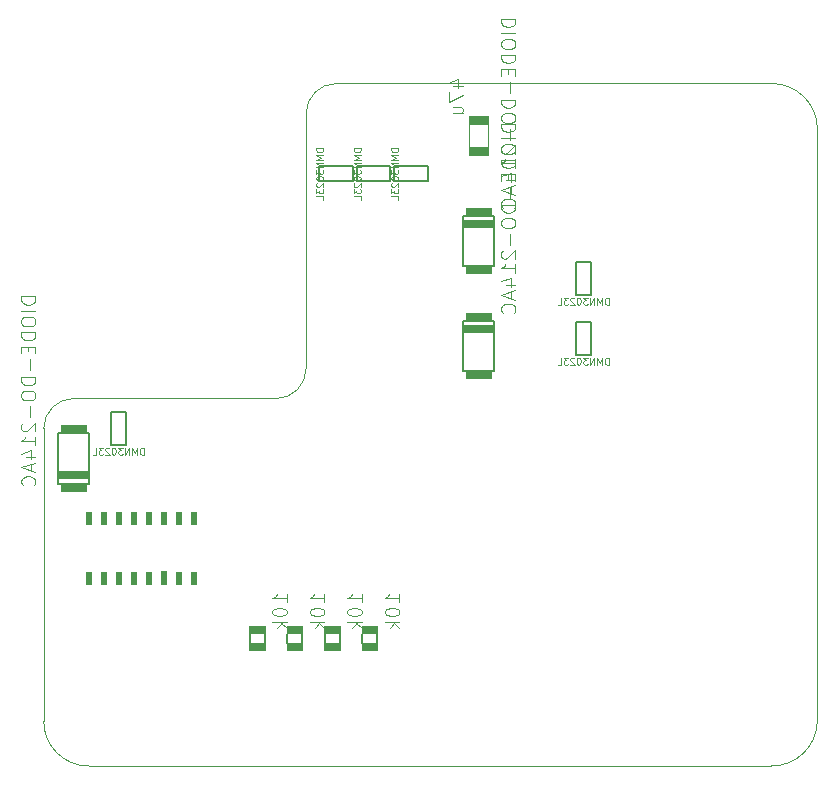
<source format=gbr>
%TF.GenerationSoftware,KiCad,Pcbnew,5.1.5+dfsg1-2~bpo10+1*%
%TF.CreationDate,2020-10-30T12:10:53+01:00*%
%TF.ProjectId,ms_auth_breakout,6d735f61-7574-4685-9f62-7265616b6f75,1.1.0*%
%TF.SameCoordinates,Original*%
%TF.FileFunction,Other,Fab,Bot*%
%FSLAX46Y46*%
G04 Gerber Fmt 4.6, Leading zero omitted, Abs format (unit mm)*
G04 Created by KiCad (PCBNEW 5.1.5+dfsg1-2~bpo10+1) date 2020-10-30 12:10:53 commit 8f6b4a8*
%MOMM*%
%LPD*%
G04 APERTURE LIST*
%ADD10C,0.050000*%
%ADD11C,0.100000*%
%ADD12C,0.101600*%
%ADD13C,0.152400*%
%ADD14C,0.203200*%
%ADD15C,0.096520*%
%ADD16C,0.115824*%
%ADD17C,0.121920*%
G04 APERTURE END LIST*
D10*
X119557800Y-133896100D02*
G75*
G02X115747800Y-130086100I0J3810000D01*
G01*
X119557800Y-133896100D02*
X177342800Y-133896100D01*
X181254400Y-130086100D02*
G75*
G02X177342800Y-133896100I-3860800J50800D01*
G01*
X181254400Y-130086100D02*
X181254400Y-79921100D01*
X177342800Y-76111100D02*
G75*
G02X181254400Y-79921100I50800J-3860800D01*
G01*
X177342800Y-76111100D02*
X140512800Y-76111100D01*
X137972800Y-78651100D02*
G75*
G02X140512800Y-76111100I2540000J0D01*
G01*
X137972800Y-78651100D02*
X137972800Y-100241100D01*
X135432800Y-102781100D02*
G75*
G03X137972800Y-100241100I0J2540000D01*
G01*
X135432800Y-102781100D02*
X118287800Y-102781100D01*
X115747800Y-105321100D02*
G75*
G02X118287800Y-102781100I2540000J0D01*
G01*
X115747800Y-105321100D02*
X115747800Y-130086100D01*
D11*
G36*
X119811800Y-113525300D02*
G01*
X119303800Y-113525300D01*
X119303800Y-112382300D01*
X119811800Y-112382300D01*
X119811800Y-113525300D01*
G37*
G36*
X121081800Y-113525300D02*
G01*
X120573800Y-113525300D01*
X120573800Y-112382300D01*
X121081800Y-112382300D01*
X121081800Y-113525300D01*
G37*
G36*
X122351800Y-113525300D02*
G01*
X121843800Y-113525300D01*
X121843800Y-112382300D01*
X122351800Y-112382300D01*
X122351800Y-113525300D01*
G37*
G36*
X123621800Y-113525300D02*
G01*
X123113800Y-113525300D01*
X123113800Y-112382300D01*
X123621800Y-112382300D01*
X123621800Y-113525300D01*
G37*
G36*
X119811800Y-118579900D02*
G01*
X119303800Y-118579900D01*
X119303800Y-117436900D01*
X119811800Y-117436900D01*
X119811800Y-118579900D01*
G37*
G36*
X121081800Y-118579900D02*
G01*
X120573800Y-118579900D01*
X120573800Y-117436900D01*
X121081800Y-117436900D01*
X121081800Y-118579900D01*
G37*
G36*
X122351800Y-118579900D02*
G01*
X121843800Y-118579900D01*
X121843800Y-117436900D01*
X122351800Y-117436900D01*
X122351800Y-118579900D01*
G37*
G36*
X123621800Y-118579900D02*
G01*
X123113800Y-118579900D01*
X123113800Y-117436900D01*
X123621800Y-117436900D01*
X123621800Y-118579900D01*
G37*
G36*
X128701800Y-113525300D02*
G01*
X128193800Y-113525300D01*
X128193800Y-112382300D01*
X128701800Y-112382300D01*
X128701800Y-113525300D01*
G37*
G36*
X127431800Y-113525300D02*
G01*
X126923800Y-113525300D01*
X126923800Y-112382300D01*
X127431800Y-112382300D01*
X127431800Y-113525300D01*
G37*
G36*
X126161800Y-113525300D02*
G01*
X125653800Y-113525300D01*
X125653800Y-112382300D01*
X126161800Y-112382300D01*
X126161800Y-113525300D01*
G37*
G36*
X124891800Y-118579900D02*
G01*
X124383800Y-118579900D01*
X124383800Y-117436900D01*
X124891800Y-117436900D01*
X124891800Y-118579900D01*
G37*
G36*
X126161800Y-118554500D02*
G01*
X125653800Y-118554500D01*
X125653800Y-117411500D01*
X126161800Y-117411500D01*
X126161800Y-118554500D01*
G37*
G36*
X127431800Y-118579900D02*
G01*
X126923800Y-118579900D01*
X126923800Y-117436900D01*
X127431800Y-117436900D01*
X127431800Y-118579900D01*
G37*
G36*
X128701800Y-118579900D02*
G01*
X128193800Y-118579900D01*
X128193800Y-117436900D01*
X128701800Y-117436900D01*
X128701800Y-118579900D01*
G37*
G36*
X124891800Y-113525300D02*
G01*
X124383800Y-113525300D01*
X124383800Y-112382300D01*
X124891800Y-112382300D01*
X124891800Y-113525300D01*
G37*
G36*
X153426900Y-81507800D02*
G01*
X153426900Y-82257900D01*
X151726900Y-82257900D01*
X151726900Y-81507800D01*
X153426900Y-81507800D01*
G37*
G36*
X153428700Y-78854300D02*
G01*
X153428700Y-79604400D01*
X151728700Y-79604400D01*
X151728700Y-78854300D01*
X153428700Y-78854300D01*
G37*
D12*
X153364800Y-79591100D02*
X153364800Y-81521100D01*
X151790800Y-79591100D02*
X151790800Y-81521100D01*
D13*
X141935200Y-83070700D02*
X139090400Y-83070700D01*
X141935200Y-84391500D02*
X141935200Y-83070700D01*
X139090400Y-84391500D02*
X141935200Y-84391500D01*
X139090400Y-83070700D02*
X139090400Y-84391500D01*
X145110200Y-83070700D02*
X142265400Y-83070700D01*
X145110200Y-84391500D02*
X145110200Y-83070700D01*
X142265400Y-84391500D02*
X145110200Y-84391500D01*
X142265400Y-83070700D02*
X142265400Y-84391500D01*
X148285200Y-83070700D02*
X145440400Y-83070700D01*
X148285200Y-84391500D02*
X148285200Y-83070700D01*
X145440400Y-84391500D02*
X148285200Y-84391500D01*
X145440400Y-83070700D02*
X145440400Y-84391500D01*
X121437400Y-103898700D02*
X121437400Y-106743500D01*
X122758200Y-103898700D02*
X121437400Y-103898700D01*
X122758200Y-106743500D02*
X122758200Y-103898700D01*
X121437400Y-106743500D02*
X122758200Y-106743500D01*
X160807400Y-91198700D02*
X160807400Y-94043500D01*
X162128200Y-91198700D02*
X160807400Y-91198700D01*
X162128200Y-94043500D02*
X162128200Y-91198700D01*
X160807400Y-94043500D02*
X162128200Y-94043500D01*
X160807400Y-96278700D02*
X160807400Y-99123500D01*
X162128200Y-96278700D02*
X160807400Y-96278700D01*
X162128200Y-99123500D02*
X162128200Y-96278700D01*
X160807400Y-99123500D02*
X162128200Y-99123500D01*
D11*
G36*
X153802800Y-96586100D02*
G01*
X153802800Y-97261100D01*
X151352800Y-97261100D01*
X151352800Y-96586100D01*
X153802800Y-96586100D01*
G37*
G36*
X151477800Y-101161100D02*
G01*
X151477800Y-100511100D01*
X153677800Y-100511100D01*
X153677800Y-101161100D01*
X151477800Y-101161100D01*
G37*
G36*
X153677800Y-95511100D02*
G01*
X153677800Y-96161100D01*
X151477800Y-96161100D01*
X151477800Y-95511100D01*
X153677800Y-95511100D01*
G37*
D14*
X153877800Y-96186100D02*
X151277800Y-96186100D01*
X153877800Y-100486100D02*
X153877800Y-96186100D01*
X151277800Y-100486100D02*
X153877800Y-100486100D01*
X151277800Y-96186100D02*
X151277800Y-100486100D01*
D11*
G36*
X153802800Y-87696100D02*
G01*
X153802800Y-88371100D01*
X151352800Y-88371100D01*
X151352800Y-87696100D01*
X153802800Y-87696100D01*
G37*
G36*
X151477800Y-92271100D02*
G01*
X151477800Y-91621100D01*
X153677800Y-91621100D01*
X153677800Y-92271100D01*
X151477800Y-92271100D01*
G37*
G36*
X153677800Y-86621100D02*
G01*
X153677800Y-87271100D01*
X151477800Y-87271100D01*
X151477800Y-86621100D01*
X153677800Y-86621100D01*
G37*
D14*
X153877800Y-87296100D02*
X151277800Y-87296100D01*
X153877800Y-91596100D02*
X153877800Y-87296100D01*
X151277800Y-91596100D02*
X153877800Y-91596100D01*
X151277800Y-87296100D02*
X151277800Y-91596100D01*
D11*
G36*
X117062800Y-109611100D02*
G01*
X117062800Y-108936100D01*
X119512800Y-108936100D01*
X119512800Y-109611100D01*
X117062800Y-109611100D01*
G37*
G36*
X119387800Y-105036100D02*
G01*
X119387800Y-105686100D01*
X117187800Y-105686100D01*
X117187800Y-105036100D01*
X119387800Y-105036100D01*
G37*
G36*
X117187800Y-110686100D02*
G01*
X117187800Y-110036100D01*
X119387800Y-110036100D01*
X119387800Y-110686100D01*
X117187800Y-110686100D01*
G37*
D14*
X116987800Y-110011100D02*
X119587800Y-110011100D01*
X116987800Y-105711100D02*
X116987800Y-110011100D01*
X119587800Y-105711100D02*
X116987800Y-105711100D01*
X119587800Y-110011100D02*
X119587800Y-105711100D01*
D11*
G36*
X134543800Y-122034300D02*
G01*
X134543800Y-122684300D01*
X133143800Y-122684300D01*
X133143800Y-122034300D01*
X134543800Y-122034300D01*
G37*
G36*
X134543800Y-123507500D02*
G01*
X134543800Y-124157500D01*
X133143800Y-124157500D01*
X133143800Y-123507500D01*
X134543800Y-123507500D01*
G37*
D13*
X134480300Y-122691100D02*
X134480300Y-123511100D01*
X133210300Y-122691100D02*
X133210300Y-123511100D01*
D11*
G36*
X137718800Y-122034300D02*
G01*
X137718800Y-122684300D01*
X136318800Y-122684300D01*
X136318800Y-122034300D01*
X137718800Y-122034300D01*
G37*
G36*
X137718800Y-123507500D02*
G01*
X137718800Y-124157500D01*
X136318800Y-124157500D01*
X136318800Y-123507500D01*
X137718800Y-123507500D01*
G37*
D13*
X137655300Y-122691100D02*
X137655300Y-123511100D01*
X136385300Y-122691100D02*
X136385300Y-123511100D01*
D11*
G36*
X144068800Y-122034300D02*
G01*
X144068800Y-122684300D01*
X142668800Y-122684300D01*
X142668800Y-122034300D01*
X144068800Y-122034300D01*
G37*
G36*
X144068800Y-123507500D02*
G01*
X144068800Y-124157500D01*
X142668800Y-124157500D01*
X142668800Y-123507500D01*
X144068800Y-123507500D01*
G37*
D13*
X144005300Y-122691100D02*
X144005300Y-123511100D01*
X142735300Y-122691100D02*
X142735300Y-123511100D01*
D11*
G36*
X140893800Y-122034300D02*
G01*
X140893800Y-122684300D01*
X139493800Y-122684300D01*
X139493800Y-122034300D01*
X140893800Y-122034300D01*
G37*
G36*
X140893800Y-123507500D02*
G01*
X140893800Y-124157500D01*
X139493800Y-124157500D01*
X139493800Y-123507500D01*
X140893800Y-123507500D01*
G37*
D13*
X140830300Y-122691100D02*
X140830300Y-123511100D01*
X139560300Y-122691100D02*
X139560300Y-123511100D01*
D15*
X150446014Y-76320504D02*
X151250347Y-76320504D01*
X149986395Y-76033242D02*
X150848180Y-75745981D01*
X150848180Y-76492862D01*
X150043847Y-76837576D02*
X150043847Y-77641909D01*
X151250347Y-77124838D01*
X150446014Y-78618600D02*
X151250347Y-78618600D01*
X150446014Y-78101528D02*
X151077990Y-78101528D01*
X151192895Y-78158981D01*
X151250347Y-78273885D01*
X151250347Y-78446242D01*
X151192895Y-78561147D01*
X151135442Y-78618600D01*
D16*
X139413342Y-81607660D02*
X138834222Y-81607660D01*
X138834222Y-81745545D01*
X138861800Y-81828277D01*
X138916954Y-81883431D01*
X138972108Y-81911008D01*
X139082417Y-81938585D01*
X139165148Y-81938585D01*
X139275457Y-81911008D01*
X139330611Y-81883431D01*
X139385765Y-81828277D01*
X139413342Y-81745545D01*
X139413342Y-81607660D01*
X139413342Y-82186780D02*
X138834222Y-82186780D01*
X139247880Y-82379820D01*
X138834222Y-82572860D01*
X139413342Y-82572860D01*
X139413342Y-82848631D02*
X138834222Y-82848631D01*
X139413342Y-83179557D01*
X138834222Y-83179557D01*
X138834222Y-83400174D02*
X138834222Y-83758677D01*
X139054840Y-83565637D01*
X139054840Y-83648368D01*
X139082417Y-83703522D01*
X139109994Y-83731100D01*
X139165148Y-83758677D01*
X139303034Y-83758677D01*
X139358188Y-83731100D01*
X139385765Y-83703522D01*
X139413342Y-83648368D01*
X139413342Y-83482905D01*
X139385765Y-83427751D01*
X139358188Y-83400174D01*
X138834222Y-84117180D02*
X138834222Y-84172334D01*
X138861800Y-84227488D01*
X138889377Y-84255065D01*
X138944531Y-84282642D01*
X139054840Y-84310220D01*
X139192725Y-84310220D01*
X139303034Y-84282642D01*
X139358188Y-84255065D01*
X139385765Y-84227488D01*
X139413342Y-84172334D01*
X139413342Y-84117180D01*
X139385765Y-84062025D01*
X139358188Y-84034448D01*
X139303034Y-84006871D01*
X139192725Y-83979294D01*
X139054840Y-83979294D01*
X138944531Y-84006871D01*
X138889377Y-84034448D01*
X138861800Y-84062025D01*
X138834222Y-84117180D01*
X138889377Y-84530837D02*
X138861800Y-84558414D01*
X138834222Y-84613568D01*
X138834222Y-84751454D01*
X138861800Y-84806608D01*
X138889377Y-84834185D01*
X138944531Y-84861762D01*
X138999685Y-84861762D01*
X139082417Y-84834185D01*
X139413342Y-84503260D01*
X139413342Y-84861762D01*
X138834222Y-85054802D02*
X138834222Y-85413305D01*
X139054840Y-85220265D01*
X139054840Y-85302997D01*
X139082417Y-85358151D01*
X139109994Y-85385728D01*
X139165148Y-85413305D01*
X139303034Y-85413305D01*
X139358188Y-85385728D01*
X139385765Y-85358151D01*
X139413342Y-85302997D01*
X139413342Y-85137534D01*
X139385765Y-85082380D01*
X139358188Y-85054802D01*
X139413342Y-85937271D02*
X139413342Y-85661500D01*
X138834222Y-85661500D01*
X142588342Y-81607660D02*
X142009222Y-81607660D01*
X142009222Y-81745545D01*
X142036800Y-81828277D01*
X142091954Y-81883431D01*
X142147108Y-81911008D01*
X142257417Y-81938585D01*
X142340148Y-81938585D01*
X142450457Y-81911008D01*
X142505611Y-81883431D01*
X142560765Y-81828277D01*
X142588342Y-81745545D01*
X142588342Y-81607660D01*
X142588342Y-82186780D02*
X142009222Y-82186780D01*
X142422880Y-82379820D01*
X142009222Y-82572860D01*
X142588342Y-82572860D01*
X142588342Y-82848631D02*
X142009222Y-82848631D01*
X142588342Y-83179557D01*
X142009222Y-83179557D01*
X142009222Y-83400174D02*
X142009222Y-83758677D01*
X142229840Y-83565637D01*
X142229840Y-83648368D01*
X142257417Y-83703522D01*
X142284994Y-83731100D01*
X142340148Y-83758677D01*
X142478034Y-83758677D01*
X142533188Y-83731100D01*
X142560765Y-83703522D01*
X142588342Y-83648368D01*
X142588342Y-83482905D01*
X142560765Y-83427751D01*
X142533188Y-83400174D01*
X142009222Y-84117180D02*
X142009222Y-84172334D01*
X142036800Y-84227488D01*
X142064377Y-84255065D01*
X142119531Y-84282642D01*
X142229840Y-84310220D01*
X142367725Y-84310220D01*
X142478034Y-84282642D01*
X142533188Y-84255065D01*
X142560765Y-84227488D01*
X142588342Y-84172334D01*
X142588342Y-84117180D01*
X142560765Y-84062025D01*
X142533188Y-84034448D01*
X142478034Y-84006871D01*
X142367725Y-83979294D01*
X142229840Y-83979294D01*
X142119531Y-84006871D01*
X142064377Y-84034448D01*
X142036800Y-84062025D01*
X142009222Y-84117180D01*
X142064377Y-84530837D02*
X142036800Y-84558414D01*
X142009222Y-84613568D01*
X142009222Y-84751454D01*
X142036800Y-84806608D01*
X142064377Y-84834185D01*
X142119531Y-84861762D01*
X142174685Y-84861762D01*
X142257417Y-84834185D01*
X142588342Y-84503260D01*
X142588342Y-84861762D01*
X142009222Y-85054802D02*
X142009222Y-85413305D01*
X142229840Y-85220265D01*
X142229840Y-85302997D01*
X142257417Y-85358151D01*
X142284994Y-85385728D01*
X142340148Y-85413305D01*
X142478034Y-85413305D01*
X142533188Y-85385728D01*
X142560765Y-85358151D01*
X142588342Y-85302997D01*
X142588342Y-85137534D01*
X142560765Y-85082380D01*
X142533188Y-85054802D01*
X142588342Y-85937271D02*
X142588342Y-85661500D01*
X142009222Y-85661500D01*
X145763342Y-81607660D02*
X145184222Y-81607660D01*
X145184222Y-81745545D01*
X145211800Y-81828277D01*
X145266954Y-81883431D01*
X145322108Y-81911008D01*
X145432417Y-81938585D01*
X145515148Y-81938585D01*
X145625457Y-81911008D01*
X145680611Y-81883431D01*
X145735765Y-81828277D01*
X145763342Y-81745545D01*
X145763342Y-81607660D01*
X145763342Y-82186780D02*
X145184222Y-82186780D01*
X145597880Y-82379820D01*
X145184222Y-82572860D01*
X145763342Y-82572860D01*
X145763342Y-82848631D02*
X145184222Y-82848631D01*
X145763342Y-83179557D01*
X145184222Y-83179557D01*
X145184222Y-83400174D02*
X145184222Y-83758677D01*
X145404840Y-83565637D01*
X145404840Y-83648368D01*
X145432417Y-83703522D01*
X145459994Y-83731100D01*
X145515148Y-83758677D01*
X145653034Y-83758677D01*
X145708188Y-83731100D01*
X145735765Y-83703522D01*
X145763342Y-83648368D01*
X145763342Y-83482905D01*
X145735765Y-83427751D01*
X145708188Y-83400174D01*
X145184222Y-84117180D02*
X145184222Y-84172334D01*
X145211800Y-84227488D01*
X145239377Y-84255065D01*
X145294531Y-84282642D01*
X145404840Y-84310220D01*
X145542725Y-84310220D01*
X145653034Y-84282642D01*
X145708188Y-84255065D01*
X145735765Y-84227488D01*
X145763342Y-84172334D01*
X145763342Y-84117180D01*
X145735765Y-84062025D01*
X145708188Y-84034448D01*
X145653034Y-84006871D01*
X145542725Y-83979294D01*
X145404840Y-83979294D01*
X145294531Y-84006871D01*
X145239377Y-84034448D01*
X145211800Y-84062025D01*
X145184222Y-84117180D01*
X145239377Y-84530837D02*
X145211800Y-84558414D01*
X145184222Y-84613568D01*
X145184222Y-84751454D01*
X145211800Y-84806608D01*
X145239377Y-84834185D01*
X145294531Y-84861762D01*
X145349685Y-84861762D01*
X145432417Y-84834185D01*
X145763342Y-84503260D01*
X145763342Y-84861762D01*
X145184222Y-85054802D02*
X145184222Y-85413305D01*
X145404840Y-85220265D01*
X145404840Y-85302997D01*
X145432417Y-85358151D01*
X145459994Y-85385728D01*
X145515148Y-85413305D01*
X145653034Y-85413305D01*
X145708188Y-85385728D01*
X145735765Y-85358151D01*
X145763342Y-85302997D01*
X145763342Y-85137534D01*
X145735765Y-85082380D01*
X145708188Y-85054802D01*
X145763342Y-85937271D02*
X145763342Y-85661500D01*
X145184222Y-85661500D01*
X124221240Y-107523642D02*
X124221240Y-106944522D01*
X124083354Y-106944522D01*
X124000622Y-106972100D01*
X123945468Y-107027254D01*
X123917891Y-107082408D01*
X123890314Y-107192717D01*
X123890314Y-107275448D01*
X123917891Y-107385757D01*
X123945468Y-107440911D01*
X124000622Y-107496065D01*
X124083354Y-107523642D01*
X124221240Y-107523642D01*
X123642120Y-107523642D02*
X123642120Y-106944522D01*
X123449080Y-107358180D01*
X123256040Y-106944522D01*
X123256040Y-107523642D01*
X122980268Y-107523642D02*
X122980268Y-106944522D01*
X122649342Y-107523642D01*
X122649342Y-106944522D01*
X122428725Y-106944522D02*
X122070222Y-106944522D01*
X122263262Y-107165140D01*
X122180531Y-107165140D01*
X122125377Y-107192717D01*
X122097800Y-107220294D01*
X122070222Y-107275448D01*
X122070222Y-107413334D01*
X122097800Y-107468488D01*
X122125377Y-107496065D01*
X122180531Y-107523642D01*
X122345994Y-107523642D01*
X122401148Y-107496065D01*
X122428725Y-107468488D01*
X121711720Y-106944522D02*
X121656565Y-106944522D01*
X121601411Y-106972100D01*
X121573834Y-106999677D01*
X121546257Y-107054831D01*
X121518680Y-107165140D01*
X121518680Y-107303025D01*
X121546257Y-107413334D01*
X121573834Y-107468488D01*
X121601411Y-107496065D01*
X121656565Y-107523642D01*
X121711720Y-107523642D01*
X121766874Y-107496065D01*
X121794451Y-107468488D01*
X121822028Y-107413334D01*
X121849605Y-107303025D01*
X121849605Y-107165140D01*
X121822028Y-107054831D01*
X121794451Y-106999677D01*
X121766874Y-106972100D01*
X121711720Y-106944522D01*
X121298062Y-106999677D02*
X121270485Y-106972100D01*
X121215331Y-106944522D01*
X121077445Y-106944522D01*
X121022291Y-106972100D01*
X120994714Y-106999677D01*
X120967137Y-107054831D01*
X120967137Y-107109985D01*
X120994714Y-107192717D01*
X121325640Y-107523642D01*
X120967137Y-107523642D01*
X120774097Y-106944522D02*
X120415594Y-106944522D01*
X120608634Y-107165140D01*
X120525902Y-107165140D01*
X120470748Y-107192717D01*
X120443171Y-107220294D01*
X120415594Y-107275448D01*
X120415594Y-107413334D01*
X120443171Y-107468488D01*
X120470748Y-107496065D01*
X120525902Y-107523642D01*
X120691365Y-107523642D01*
X120746520Y-107496065D01*
X120774097Y-107468488D01*
X119891628Y-107523642D02*
X120167400Y-107523642D01*
X120167400Y-106944522D01*
D17*
X163591240Y-94823642D02*
X163591240Y-94244522D01*
X163453354Y-94244522D01*
X163370622Y-94272100D01*
X163315468Y-94327254D01*
X163287891Y-94382408D01*
X163260314Y-94492717D01*
X163260314Y-94575448D01*
X163287891Y-94685757D01*
X163315468Y-94740911D01*
X163370622Y-94796065D01*
X163453354Y-94823642D01*
X163591240Y-94823642D01*
X163012120Y-94823642D02*
X163012120Y-94244522D01*
X162819080Y-94658180D01*
X162626040Y-94244522D01*
X162626040Y-94823642D01*
X162350268Y-94823642D02*
X162350268Y-94244522D01*
X162019342Y-94823642D01*
X162019342Y-94244522D01*
X161798725Y-94244522D02*
X161440222Y-94244522D01*
X161633262Y-94465140D01*
X161550531Y-94465140D01*
X161495377Y-94492717D01*
X161467800Y-94520294D01*
X161440222Y-94575448D01*
X161440222Y-94713334D01*
X161467800Y-94768488D01*
X161495377Y-94796065D01*
X161550531Y-94823642D01*
X161715994Y-94823642D01*
X161771148Y-94796065D01*
X161798725Y-94768488D01*
X161081720Y-94244522D02*
X161026565Y-94244522D01*
X160971411Y-94272100D01*
X160943834Y-94299677D01*
X160916257Y-94354831D01*
X160888680Y-94465140D01*
X160888680Y-94603025D01*
X160916257Y-94713334D01*
X160943834Y-94768488D01*
X160971411Y-94796065D01*
X161026565Y-94823642D01*
X161081720Y-94823642D01*
X161136874Y-94796065D01*
X161164451Y-94768488D01*
X161192028Y-94713334D01*
X161219605Y-94603025D01*
X161219605Y-94465140D01*
X161192028Y-94354831D01*
X161164451Y-94299677D01*
X161136874Y-94272100D01*
X161081720Y-94244522D01*
X160668062Y-94299677D02*
X160640485Y-94272100D01*
X160585331Y-94244522D01*
X160447445Y-94244522D01*
X160392291Y-94272100D01*
X160364714Y-94299677D01*
X160337137Y-94354831D01*
X160337137Y-94409985D01*
X160364714Y-94492717D01*
X160695640Y-94823642D01*
X160337137Y-94823642D01*
X160144097Y-94244522D02*
X159785594Y-94244522D01*
X159978634Y-94465140D01*
X159895902Y-94465140D01*
X159840748Y-94492717D01*
X159813171Y-94520294D01*
X159785594Y-94575448D01*
X159785594Y-94713334D01*
X159813171Y-94768488D01*
X159840748Y-94796065D01*
X159895902Y-94823642D01*
X160061365Y-94823642D01*
X160116520Y-94796065D01*
X160144097Y-94768488D01*
X159261628Y-94823642D02*
X159537400Y-94823642D01*
X159537400Y-94244522D01*
X163591240Y-99903642D02*
X163591240Y-99324522D01*
X163453354Y-99324522D01*
X163370622Y-99352100D01*
X163315468Y-99407254D01*
X163287891Y-99462408D01*
X163260314Y-99572717D01*
X163260314Y-99655448D01*
X163287891Y-99765757D01*
X163315468Y-99820911D01*
X163370622Y-99876065D01*
X163453354Y-99903642D01*
X163591240Y-99903642D01*
X163012120Y-99903642D02*
X163012120Y-99324522D01*
X162819080Y-99738180D01*
X162626040Y-99324522D01*
X162626040Y-99903642D01*
X162350268Y-99903642D02*
X162350268Y-99324522D01*
X162019342Y-99903642D01*
X162019342Y-99324522D01*
X161798725Y-99324522D02*
X161440222Y-99324522D01*
X161633262Y-99545140D01*
X161550531Y-99545140D01*
X161495377Y-99572717D01*
X161467800Y-99600294D01*
X161440222Y-99655448D01*
X161440222Y-99793334D01*
X161467800Y-99848488D01*
X161495377Y-99876065D01*
X161550531Y-99903642D01*
X161715994Y-99903642D01*
X161771148Y-99876065D01*
X161798725Y-99848488D01*
X161081720Y-99324522D02*
X161026565Y-99324522D01*
X160971411Y-99352100D01*
X160943834Y-99379677D01*
X160916257Y-99434831D01*
X160888680Y-99545140D01*
X160888680Y-99683025D01*
X160916257Y-99793334D01*
X160943834Y-99848488D01*
X160971411Y-99876065D01*
X161026565Y-99903642D01*
X161081720Y-99903642D01*
X161136874Y-99876065D01*
X161164451Y-99848488D01*
X161192028Y-99793334D01*
X161219605Y-99683025D01*
X161219605Y-99545140D01*
X161192028Y-99434831D01*
X161164451Y-99379677D01*
X161136874Y-99352100D01*
X161081720Y-99324522D01*
X160668062Y-99379677D02*
X160640485Y-99352100D01*
X160585331Y-99324522D01*
X160447445Y-99324522D01*
X160392291Y-99352100D01*
X160364714Y-99379677D01*
X160337137Y-99434831D01*
X160337137Y-99489985D01*
X160364714Y-99572717D01*
X160695640Y-99903642D01*
X160337137Y-99903642D01*
X160144097Y-99324522D02*
X159785594Y-99324522D01*
X159978634Y-99545140D01*
X159895902Y-99545140D01*
X159840748Y-99572717D01*
X159813171Y-99600294D01*
X159785594Y-99655448D01*
X159785594Y-99793334D01*
X159813171Y-99848488D01*
X159840748Y-99876065D01*
X159895902Y-99903642D01*
X160061365Y-99903642D01*
X160116520Y-99876065D01*
X160144097Y-99848488D01*
X159261628Y-99903642D02*
X159537400Y-99903642D01*
X159537400Y-99324522D01*
D15*
X155695347Y-79531790D02*
X154488847Y-79531790D01*
X154488847Y-79819052D01*
X154546300Y-79991409D01*
X154661204Y-80106314D01*
X154776109Y-80163766D01*
X155005919Y-80221219D01*
X155178276Y-80221219D01*
X155408085Y-80163766D01*
X155522990Y-80106314D01*
X155637895Y-79991409D01*
X155695347Y-79819052D01*
X155695347Y-79531790D01*
X155695347Y-80738290D02*
X154488847Y-80738290D01*
X154488847Y-81542623D02*
X154488847Y-81772433D01*
X154546300Y-81887338D01*
X154661204Y-82002242D01*
X154891014Y-82059695D01*
X155293180Y-82059695D01*
X155522990Y-82002242D01*
X155637895Y-81887338D01*
X155695347Y-81772433D01*
X155695347Y-81542623D01*
X155637895Y-81427719D01*
X155522990Y-81312814D01*
X155293180Y-81255362D01*
X154891014Y-81255362D01*
X154661204Y-81312814D01*
X154546300Y-81427719D01*
X154488847Y-81542623D01*
X155695347Y-82576766D02*
X154488847Y-82576766D01*
X154488847Y-82864028D01*
X154546300Y-83036385D01*
X154661204Y-83151290D01*
X154776109Y-83208742D01*
X155005919Y-83266195D01*
X155178276Y-83266195D01*
X155408085Y-83208742D01*
X155522990Y-83151290D01*
X155637895Y-83036385D01*
X155695347Y-82864028D01*
X155695347Y-82576766D01*
X155063371Y-83783266D02*
X155063371Y-84185433D01*
X155695347Y-84357790D02*
X155695347Y-83783266D01*
X154488847Y-83783266D01*
X154488847Y-84357790D01*
X155235728Y-84874862D02*
X155235728Y-85794100D01*
X155695347Y-86368623D02*
X154488847Y-86368623D01*
X154488847Y-86655885D01*
X154546300Y-86828242D01*
X154661204Y-86943147D01*
X154776109Y-87000600D01*
X155005919Y-87058052D01*
X155178276Y-87058052D01*
X155408085Y-87000600D01*
X155522990Y-86943147D01*
X155637895Y-86828242D01*
X155695347Y-86655885D01*
X155695347Y-86368623D01*
X154488847Y-87804933D02*
X154488847Y-88034742D01*
X154546300Y-88149647D01*
X154661204Y-88264552D01*
X154891014Y-88322004D01*
X155293180Y-88322004D01*
X155522990Y-88264552D01*
X155637895Y-88149647D01*
X155695347Y-88034742D01*
X155695347Y-87804933D01*
X155637895Y-87690028D01*
X155522990Y-87575123D01*
X155293180Y-87517671D01*
X154891014Y-87517671D01*
X154661204Y-87575123D01*
X154546300Y-87690028D01*
X154488847Y-87804933D01*
X155235728Y-88839076D02*
X155235728Y-89758314D01*
X154603752Y-90275385D02*
X154546300Y-90332838D01*
X154488847Y-90447742D01*
X154488847Y-90735004D01*
X154546300Y-90849909D01*
X154603752Y-90907362D01*
X154718657Y-90964814D01*
X154833561Y-90964814D01*
X155005919Y-90907362D01*
X155695347Y-90217933D01*
X155695347Y-90964814D01*
X155695347Y-92113862D02*
X155695347Y-91424433D01*
X155695347Y-91769147D02*
X154488847Y-91769147D01*
X154661204Y-91654242D01*
X154776109Y-91539338D01*
X154833561Y-91424433D01*
X154891014Y-93148004D02*
X155695347Y-93148004D01*
X154431395Y-92860742D02*
X155293180Y-92573481D01*
X155293180Y-93320362D01*
X155350633Y-93722528D02*
X155350633Y-94297052D01*
X155695347Y-93607623D02*
X154488847Y-94009790D01*
X155695347Y-94411957D01*
X155580442Y-95503552D02*
X155637895Y-95446100D01*
X155695347Y-95273742D01*
X155695347Y-95158838D01*
X155637895Y-94986481D01*
X155522990Y-94871576D01*
X155408085Y-94814123D01*
X155178276Y-94756671D01*
X155005919Y-94756671D01*
X154776109Y-94814123D01*
X154661204Y-94871576D01*
X154546300Y-94986481D01*
X154488847Y-95158838D01*
X154488847Y-95273742D01*
X154546300Y-95446100D01*
X154603752Y-95503552D01*
X155695347Y-70641790D02*
X154488847Y-70641790D01*
X154488847Y-70929052D01*
X154546300Y-71101409D01*
X154661204Y-71216314D01*
X154776109Y-71273766D01*
X155005919Y-71331219D01*
X155178276Y-71331219D01*
X155408085Y-71273766D01*
X155522990Y-71216314D01*
X155637895Y-71101409D01*
X155695347Y-70929052D01*
X155695347Y-70641790D01*
X155695347Y-71848290D02*
X154488847Y-71848290D01*
X154488847Y-72652623D02*
X154488847Y-72882433D01*
X154546300Y-72997338D01*
X154661204Y-73112242D01*
X154891014Y-73169695D01*
X155293180Y-73169695D01*
X155522990Y-73112242D01*
X155637895Y-72997338D01*
X155695347Y-72882433D01*
X155695347Y-72652623D01*
X155637895Y-72537719D01*
X155522990Y-72422814D01*
X155293180Y-72365362D01*
X154891014Y-72365362D01*
X154661204Y-72422814D01*
X154546300Y-72537719D01*
X154488847Y-72652623D01*
X155695347Y-73686766D02*
X154488847Y-73686766D01*
X154488847Y-73974028D01*
X154546300Y-74146385D01*
X154661204Y-74261290D01*
X154776109Y-74318742D01*
X155005919Y-74376195D01*
X155178276Y-74376195D01*
X155408085Y-74318742D01*
X155522990Y-74261290D01*
X155637895Y-74146385D01*
X155695347Y-73974028D01*
X155695347Y-73686766D01*
X155063371Y-74893266D02*
X155063371Y-75295433D01*
X155695347Y-75467790D02*
X155695347Y-74893266D01*
X154488847Y-74893266D01*
X154488847Y-75467790D01*
X155235728Y-75984862D02*
X155235728Y-76904100D01*
X155695347Y-77478623D02*
X154488847Y-77478623D01*
X154488847Y-77765885D01*
X154546300Y-77938242D01*
X154661204Y-78053147D01*
X154776109Y-78110600D01*
X155005919Y-78168052D01*
X155178276Y-78168052D01*
X155408085Y-78110600D01*
X155522990Y-78053147D01*
X155637895Y-77938242D01*
X155695347Y-77765885D01*
X155695347Y-77478623D01*
X154488847Y-78914933D02*
X154488847Y-79144742D01*
X154546300Y-79259647D01*
X154661204Y-79374552D01*
X154891014Y-79432004D01*
X155293180Y-79432004D01*
X155522990Y-79374552D01*
X155637895Y-79259647D01*
X155695347Y-79144742D01*
X155695347Y-78914933D01*
X155637895Y-78800028D01*
X155522990Y-78685123D01*
X155293180Y-78627671D01*
X154891014Y-78627671D01*
X154661204Y-78685123D01*
X154546300Y-78800028D01*
X154488847Y-78914933D01*
X155235728Y-79949076D02*
X155235728Y-80868314D01*
X154603752Y-81385385D02*
X154546300Y-81442838D01*
X154488847Y-81557742D01*
X154488847Y-81845004D01*
X154546300Y-81959909D01*
X154603752Y-82017362D01*
X154718657Y-82074814D01*
X154833561Y-82074814D01*
X155005919Y-82017362D01*
X155695347Y-81327933D01*
X155695347Y-82074814D01*
X155695347Y-83223862D02*
X155695347Y-82534433D01*
X155695347Y-82879147D02*
X154488847Y-82879147D01*
X154661204Y-82764242D01*
X154776109Y-82649338D01*
X154833561Y-82534433D01*
X154891014Y-84258004D02*
X155695347Y-84258004D01*
X154431395Y-83970742D02*
X155293180Y-83683481D01*
X155293180Y-84430362D01*
X155350633Y-84832528D02*
X155350633Y-85407052D01*
X155695347Y-84717623D02*
X154488847Y-85119790D01*
X155695347Y-85521957D01*
X155580442Y-86613552D02*
X155637895Y-86556100D01*
X155695347Y-86383742D01*
X155695347Y-86268838D01*
X155637895Y-86096481D01*
X155522990Y-85981576D01*
X155408085Y-85924123D01*
X155178276Y-85866671D01*
X155005919Y-85866671D01*
X154776109Y-85924123D01*
X154661204Y-85981576D01*
X154546300Y-86096481D01*
X154488847Y-86268838D01*
X154488847Y-86383742D01*
X154546300Y-86556100D01*
X154603752Y-86613552D01*
D12*
X115055347Y-94133488D02*
X113848847Y-94133488D01*
X113848847Y-94420750D01*
X113906300Y-94593107D01*
X114021204Y-94708012D01*
X114136109Y-94765464D01*
X114365919Y-94822917D01*
X114538276Y-94822917D01*
X114768085Y-94765464D01*
X114882990Y-94708012D01*
X114997895Y-94593107D01*
X115055347Y-94420750D01*
X115055347Y-94133488D01*
X115055347Y-95339988D02*
X113848847Y-95339988D01*
X113848847Y-96144321D02*
X113848847Y-96374131D01*
X113906300Y-96489036D01*
X114021204Y-96603940D01*
X114251014Y-96661393D01*
X114653180Y-96661393D01*
X114882990Y-96603940D01*
X114997895Y-96489036D01*
X115055347Y-96374131D01*
X115055347Y-96144321D01*
X114997895Y-96029417D01*
X114882990Y-95914512D01*
X114653180Y-95857060D01*
X114251014Y-95857060D01*
X114021204Y-95914512D01*
X113906300Y-96029417D01*
X113848847Y-96144321D01*
X115055347Y-97178464D02*
X113848847Y-97178464D01*
X113848847Y-97465726D01*
X113906300Y-97638083D01*
X114021204Y-97752988D01*
X114136109Y-97810440D01*
X114365919Y-97867893D01*
X114538276Y-97867893D01*
X114768085Y-97810440D01*
X114882990Y-97752988D01*
X114997895Y-97638083D01*
X115055347Y-97465726D01*
X115055347Y-97178464D01*
X114423371Y-98384964D02*
X114423371Y-98787131D01*
X115055347Y-98959488D02*
X115055347Y-98384964D01*
X113848847Y-98384964D01*
X113848847Y-98959488D01*
X114595728Y-99476560D02*
X114595728Y-100395798D01*
X115055347Y-100970321D02*
X113848847Y-100970321D01*
X113848847Y-101257583D01*
X113906300Y-101429940D01*
X114021204Y-101544845D01*
X114136109Y-101602298D01*
X114365919Y-101659750D01*
X114538276Y-101659750D01*
X114768085Y-101602298D01*
X114882990Y-101544845D01*
X114997895Y-101429940D01*
X115055347Y-101257583D01*
X115055347Y-100970321D01*
X113848847Y-102406631D02*
X113848847Y-102636440D01*
X113906300Y-102751345D01*
X114021204Y-102866250D01*
X114251014Y-102923702D01*
X114653180Y-102923702D01*
X114882990Y-102866250D01*
X114997895Y-102751345D01*
X115055347Y-102636440D01*
X115055347Y-102406631D01*
X114997895Y-102291726D01*
X114882990Y-102176821D01*
X114653180Y-102119369D01*
X114251014Y-102119369D01*
X114021204Y-102176821D01*
X113906300Y-102291726D01*
X113848847Y-102406631D01*
X114595728Y-103440774D02*
X114595728Y-104360012D01*
X113963752Y-104877083D02*
X113906300Y-104934536D01*
X113848847Y-105049440D01*
X113848847Y-105336702D01*
X113906300Y-105451607D01*
X113963752Y-105509060D01*
X114078657Y-105566512D01*
X114193561Y-105566512D01*
X114365919Y-105509060D01*
X115055347Y-104819631D01*
X115055347Y-105566512D01*
X115055347Y-106715560D02*
X115055347Y-106026131D01*
X115055347Y-106370845D02*
X113848847Y-106370845D01*
X114021204Y-106255940D01*
X114136109Y-106141036D01*
X114193561Y-106026131D01*
X114251014Y-107749702D02*
X115055347Y-107749702D01*
X113791395Y-107462440D02*
X114653180Y-107175179D01*
X114653180Y-107922060D01*
X114710633Y-108324226D02*
X114710633Y-108898750D01*
X115055347Y-108209321D02*
X113848847Y-108611488D01*
X115055347Y-109013655D01*
X114940442Y-110105250D02*
X114997895Y-110047798D01*
X115055347Y-109875440D01*
X115055347Y-109760536D01*
X114997895Y-109588179D01*
X114882990Y-109473274D01*
X114768085Y-109415821D01*
X114538276Y-109358369D01*
X114365919Y-109358369D01*
X114136109Y-109415821D01*
X114021204Y-109473274D01*
X113906300Y-109588179D01*
X113848847Y-109760536D01*
X113848847Y-109875440D01*
X113906300Y-110047798D01*
X113963752Y-110105250D01*
D15*
X136327847Y-120047814D02*
X136327847Y-119358385D01*
X136327847Y-119703100D02*
X135121347Y-119703100D01*
X135293704Y-119588195D01*
X135408609Y-119473290D01*
X135466061Y-119358385D01*
X135121347Y-120794695D02*
X135121347Y-120909600D01*
X135178800Y-121024504D01*
X135236252Y-121081957D01*
X135351157Y-121139409D01*
X135580966Y-121196862D01*
X135868228Y-121196862D01*
X136098038Y-121139409D01*
X136212942Y-121081957D01*
X136270395Y-121024504D01*
X136327847Y-120909600D01*
X136327847Y-120794695D01*
X136270395Y-120679790D01*
X136212942Y-120622338D01*
X136098038Y-120564885D01*
X135868228Y-120507433D01*
X135580966Y-120507433D01*
X135351157Y-120564885D01*
X135236252Y-120622338D01*
X135178800Y-120679790D01*
X135121347Y-120794695D01*
X136327847Y-121713933D02*
X135121347Y-121713933D01*
X135868228Y-121828838D02*
X136327847Y-122173552D01*
X135523514Y-122173552D02*
X135983133Y-121713933D01*
X139502847Y-120047814D02*
X139502847Y-119358385D01*
X139502847Y-119703100D02*
X138296347Y-119703100D01*
X138468704Y-119588195D01*
X138583609Y-119473290D01*
X138641061Y-119358385D01*
X138296347Y-120794695D02*
X138296347Y-120909600D01*
X138353800Y-121024504D01*
X138411252Y-121081957D01*
X138526157Y-121139409D01*
X138755966Y-121196862D01*
X139043228Y-121196862D01*
X139273038Y-121139409D01*
X139387942Y-121081957D01*
X139445395Y-121024504D01*
X139502847Y-120909600D01*
X139502847Y-120794695D01*
X139445395Y-120679790D01*
X139387942Y-120622338D01*
X139273038Y-120564885D01*
X139043228Y-120507433D01*
X138755966Y-120507433D01*
X138526157Y-120564885D01*
X138411252Y-120622338D01*
X138353800Y-120679790D01*
X138296347Y-120794695D01*
X139502847Y-121713933D02*
X138296347Y-121713933D01*
X139043228Y-121828838D02*
X139502847Y-122173552D01*
X138698514Y-122173552D02*
X139158133Y-121713933D01*
X145852847Y-120047814D02*
X145852847Y-119358385D01*
X145852847Y-119703100D02*
X144646347Y-119703100D01*
X144818704Y-119588195D01*
X144933609Y-119473290D01*
X144991061Y-119358385D01*
X144646347Y-120794695D02*
X144646347Y-120909600D01*
X144703800Y-121024504D01*
X144761252Y-121081957D01*
X144876157Y-121139409D01*
X145105966Y-121196862D01*
X145393228Y-121196862D01*
X145623038Y-121139409D01*
X145737942Y-121081957D01*
X145795395Y-121024504D01*
X145852847Y-120909600D01*
X145852847Y-120794695D01*
X145795395Y-120679790D01*
X145737942Y-120622338D01*
X145623038Y-120564885D01*
X145393228Y-120507433D01*
X145105966Y-120507433D01*
X144876157Y-120564885D01*
X144761252Y-120622338D01*
X144703800Y-120679790D01*
X144646347Y-120794695D01*
X145852847Y-121713933D02*
X144646347Y-121713933D01*
X145393228Y-121828838D02*
X145852847Y-122173552D01*
X145048514Y-122173552D02*
X145508133Y-121713933D01*
X142677847Y-120047814D02*
X142677847Y-119358385D01*
X142677847Y-119703100D02*
X141471347Y-119703100D01*
X141643704Y-119588195D01*
X141758609Y-119473290D01*
X141816061Y-119358385D01*
X141471347Y-120794695D02*
X141471347Y-120909600D01*
X141528800Y-121024504D01*
X141586252Y-121081957D01*
X141701157Y-121139409D01*
X141930966Y-121196862D01*
X142218228Y-121196862D01*
X142448038Y-121139409D01*
X142562942Y-121081957D01*
X142620395Y-121024504D01*
X142677847Y-120909600D01*
X142677847Y-120794695D01*
X142620395Y-120679790D01*
X142562942Y-120622338D01*
X142448038Y-120564885D01*
X142218228Y-120507433D01*
X141930966Y-120507433D01*
X141701157Y-120564885D01*
X141586252Y-120622338D01*
X141528800Y-120679790D01*
X141471347Y-120794695D01*
X142677847Y-121713933D02*
X141471347Y-121713933D01*
X142218228Y-121828838D02*
X142677847Y-122173552D01*
X141873514Y-122173552D02*
X142333133Y-121713933D01*
M02*

</source>
